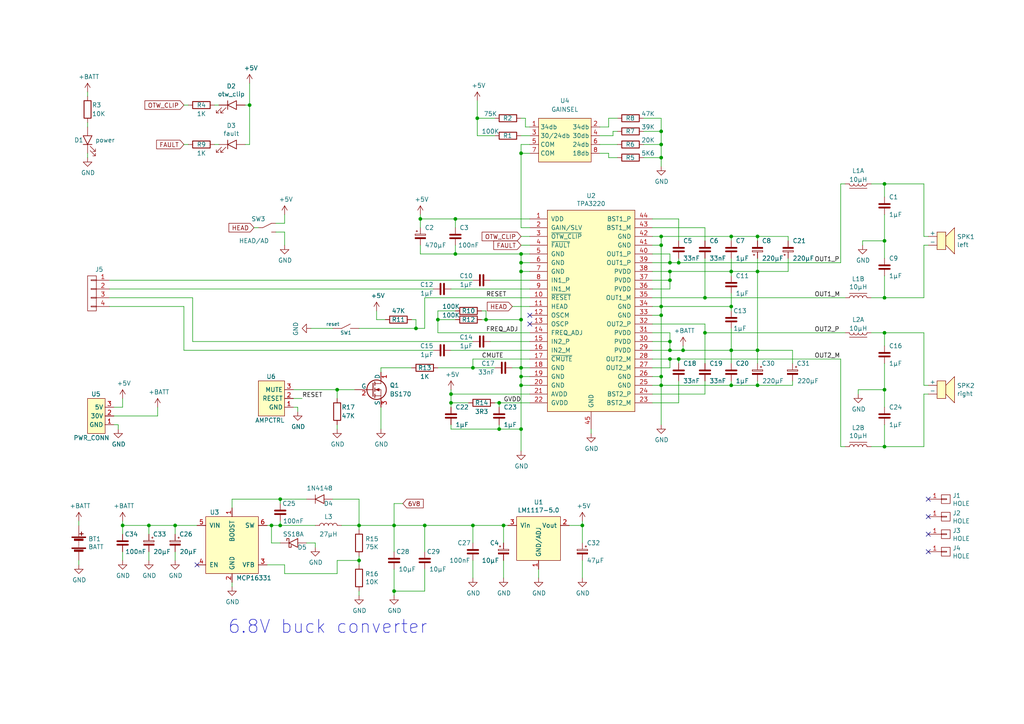
<source format=kicad_sch>
(kicad_sch (version 20211123) (generator eeschema)
  (paper "A4")
  (lib_symbols
    (symbol "myAmp:1N4148" (pin_numbers hide) (pin_names (offset 1.016) hide)
      (property "Reference" "D" (at 0 2.54 0))
      (property "Value" "1N4148" (at 0 -2.54 0))
      (symbol "1N4148_1_1"
        (pin passive line (at -3.81 0 0) (length 2.54) (name "K") (number "1"))
        (pin passive line (at 3.81 0 180) (length 2.54) (name "A") (number "2"))
      )
    )
    (symbol "myAmp:AMPCTRL"
      (property "Reference" "U" (at 0 -6.35 0))
      (property "Value" "AMPCTRL" (at 0 6.35 0))
      (symbol "AMPCTRL_1_1"
        (pin input line (at 6.35 2.54 180) (length 2.54) (name "GND") (number "1"))
        (pin input line (at 6.35 0 180) (length 2.54) (name "RESET") (number "2"))
        (pin input line (at 6.35 -2.54 180) (length 2.54) (name "MUTE") (number "3"))
      )
    )
    (symbol "myAmp:Battery" (pin_numbers hide) (pin_names (offset 0) hide)
      (property "Reference" "BT" (at 2.54 2.54 0))
      (property "Value" "Battery" (at 2.54 0 0))
      (symbol "Battery_1_1"
        (pin power_in line (at 0 5.08 270) (length 2.54) (name "+") (number "1"))
        (pin power_in line (at 0 -5.08 90) (length 2.54) (name "-") (number "2"))
      )
    )
    (symbol "myAmp:C" (pin_numbers hide) (pin_names (offset 0.254))
      (property "Reference" "C" (at 0.635 2.54 0))
      (property "Value" "C" (at 0.635 -2.54 0))
      (symbol "C_1_1"
        (pin passive line (at 0 2.54 270) (length 1.778) (name "~") (number "1"))
        (pin passive line (at 0 -2.54 90) (length 1.778) (name "~") (number "2"))
      )
    )
    (symbol "myAmp:COILCRAFT-UA801x-AL" (pin_numbers hide) (pin_names (offset 1.016))
      (property "Reference" "L" (at 0 -1.27 0))
      (property "Value" "COILCRAFT-UA801x-AL" (at 0 3.81 0))
      (symbol "COILCRAFT-UA801x-AL_1_1"
        (pin passive line (at -3.81 0 0) (length 1.27) (name "~") (number "1"))
        (pin passive line (at 3.81 0 180) (length 1.27) (name "~") (number "2"))
      )
      (symbol "COILCRAFT-UA801x-AL_2_1"
        (pin passive line (at -3.81 0 0) (length 1.27) (name "~") (number "3"))
        (pin passive line (at 3.81 0 180) (length 1.27) (name "~") (number "4"))
      )
    )
    (symbol "myAmp:CONN_01X04" (pin_names (offset 1.016) hide)
      (property "Reference" "J" (at 0 6.35 0))
      (symbol "CONN_01X04_1_1"
        (pin passive line (at -5.08 3.81 0) (length 3.81) (name "P1") (number "1"))
        (pin passive line (at -5.08 1.27 0) (length 3.81) (name "P2") (number "2"))
        (pin passive line (at -5.08 -1.27 0) (length 3.81) (name "~") (number "3"))
        (pin passive line (at -5.08 -3.81 0) (length 3.81) (name "~") (number "4"))
      )
    )
    (symbol "myAmp:CPOL" (pin_numbers hide) (pin_names (offset 0.254) hide)
      (property "Reference" "C" (at 0.254 1.778 0))
      (property "Value" "CPOL" (at 0.254 -2.032 0))
      (symbol "CPOL_1_1"
        (pin passive line (at 0 2.54 270) (length 1.8542) (name "~") (number "1"))
        (pin passive line (at 0 -2.54 90) (length 1.8542) (name "~") (number "2"))
      )
    )
    (symbol "myAmp:D_Schottky" (pin_numbers hide) (pin_names (offset 1.016) hide)
      (property "Reference" "D" (at 0 2.54 0))
      (property "Value" "D_Schottky" (at 0 -2.54 0))
      (symbol "D_Schottky_1_1"
        (pin passive line (at -3.81 0 0) (length 2.54) (name "K") (number "1"))
        (pin passive line (at 3.81 0 180) (length 2.54) (name "A") (number "2"))
      )
    )
    (symbol "myAmp:GAINSEL"
      (property "Reference" "U" (at 0 10.16 0))
      (property "Value" "GAINSEL" (at 0 -5.08 0))
      (symbol "GAINSEL_1_1"
        (pin input line (at -10.16 6.35 0) (length 2.54) (name "34db") (number "1"))
        (pin input line (at 10.16 6.35 180) (length 2.54) (name "34db") (number "2"))
        (pin input line (at -10.16 3.81 0) (length 2.54) (name "30/24db") (number "3"))
        (pin input line (at 10.16 3.81 180) (length 2.54) (name "30db") (number "4"))
        (pin input line (at -10.16 1.27 0) (length 2.54) (name "COM") (number "5"))
        (pin input line (at 10.16 1.27 180) (length 2.54) (name "24db") (number "6"))
        (pin input line (at -10.16 -1.27 0) (length 2.54) (name "COM") (number "7"))
        (pin input line (at 10.16 -1.27 180) (length 2.54) (name "18db") (number "8"))
      )
    )
    (symbol "myAmp:HOLE" (pin_names (offset 1.016) hide)
      (property "Reference" "J" (at 0 2.54 0))
      (property "Value" "HOLE" (at 2.54 0 90))
      (symbol "HOLE_1_1"
        (pin passive line (at -5.08 0 0) (length 3.81) (name "P1") (number "1"))
      )
    )
    (symbol "myAmp:L" (pin_numbers hide) (pin_names (offset 1.016) hide)
      (property "Reference" "L" (at -1.27 0 90))
      (property "Value" "L" (at 1.905 0 90))
      (symbol "L_1_1"
        (pin passive line (at 0 3.81 270) (length 1.27) (name "1") (number "1"))
        (pin passive line (at 0 -3.81 90) (length 1.27) (name "2") (number "2"))
      )
    )
    (symbol "myAmp:LED" (pin_numbers hide) (pin_names (offset 1.016) hide)
      (property "Reference" "D" (at 0 2.54 0))
      (property "Value" "LED" (at 0 -2.54 0))
      (symbol "LED_1_1"
        (pin passive line (at -3.81 0 0) (length 2.54) (name "K") (number "1"))
        (pin passive line (at 3.81 0 180) (length 2.54) (name "A") (number "2"))
      )
    )
    (symbol "myAmp:LM1117" (pin_names (offset 1.016))
      (property "Reference" "U" (at 5.08 -7.62 0))
      (property "Value" "LM1117" (at 0 7.62 0))
      (symbol "LM1117_1_1"
        (pin input line (at 0 -8.89 90) (length 2.54) (name "GND/ADJ") (number "1"))
        (pin output line (at 8.89 3.81 180) (length 2.54) (name "Vout") (number "2"))
        (pin input line (at -8.89 3.81 0) (length 2.54) (name "Vin") (number "3"))
      )
    )
    (symbol "myAmp:MCP16331" (pin_names (offset 1.016))
      (property "Reference" "U" (at 0 -13.97 0))
      (property "Value" "MCP16331" (at 0 10.16 0))
      (symbol "MCP16331_1_1"
        (pin input line (at 0 10.16 270) (length 2.54) (name "BOOST") (number "1"))
        (pin input line (at 0 -11.43 90) (length 2.54) (name "GND") (number "2"))
        (pin input line (at 10.16 -6.35 180) (length 2.54) (name "VFB") (number "3"))
        (pin input line (at -10.16 -6.35 0) (length 2.54) (name "EN") (number "4"))
        (pin input line (at -10.16 5.08 0) (length 2.54) (name "VIN") (number "5"))
        (pin input line (at 10.16 5.08 180) (length 2.54) (name "SW") (number "6"))
      )
    )
    (symbol "myAmp:NMOS" (pin_names (offset 0))
      (property "Reference" "Q" (at 7.62 1.27 0))
      (property "Value" "NMOS" (at 10.16 -1.27 0))
      (symbol "NMOS_1_1"
        (pin passive line (at 2.54 5.08 270) (length 2.54) (name "D") (number "1"))
        (pin input line (at -5.08 0 0) (length 5.334) (name "G") (number "2"))
        (pin passive line (at 2.54 -5.08 90) (length 2.54) (name "S") (number "3"))
      )
    )
    (symbol "myAmp:PWR_CONN"
      (property "Reference" "U" (at -1.27 6.35 0))
      (property "Value" "PWR_CONN" (at -1.27 -6.35 0))
      (symbol "PWR_CONN_1_1"
        (pin passive line (at 3.81 2.54 180) (length 2.54) (name "GND") (number "1"))
        (pin passive line (at 3.81 0 180) (length 2.54) (name "30V") (number "2"))
        (pin passive line (at 3.81 -2.54 180) (length 2.54) (name "5V") (number "3"))
      )
    )
    (symbol "myAmp:R" (pin_numbers hide) (pin_names (offset 0))
      (property "Reference" "R" (at 2.032 0 90))
      (property "Value" "R" (at 0 0 90))
      (symbol "R_1_1"
        (pin passive line (at 0 3.81 270) (length 1.27) (name "~") (number "1"))
        (pin passive line (at 0 -3.81 90) (length 1.27) (name "~") (number "2"))
      )
    )
    (symbol "myAmp:SPK" (pin_numbers hide) (pin_names (offset 0))
      (property "Reference" "S" (at 0 3.81 0))
      (property "Value" "SPK" (at 0 -3.81 0))
      (symbol "SPK_1_1"
        (pin passive line (at -3.81 1.27 0) (length 2.54) (name "+") (number "1"))
        (pin passive line (at -3.81 -1.27 0) (length 2.54) (name "-") (number "2"))
      )
    )
    (symbol "myAmp:SW_SIMPLE" (pin_numbers hide) (pin_names (offset 1.016) hide)
      (property "Reference" "SW" (at 0 -1.27 0))
      (property "Value" "SW_SIMPLE" (at 0 2.54 0))
      (symbol "SW_SIMPLE_1_1"
        (pin passive line (at -3.81 0 0) (length 2.54) (name "~") (number "1"))
        (pin passive line (at 3.81 0 180) (length 2.54) (name "~") (number "2"))
      )
    )
    (symbol "myAmp:SW_SPDT" (pin_numbers hide) (pin_names (offset 1.016))
      (property "Reference" "SW" (at 0 -3.81 0))
      (property "Value" "SW_SPDT" (at 0 3.81 0))
      (symbol "SW_SPDT_1_1"
        (pin passive line (at 2.54 1.27 180) (length 1.27) (name "~") (number "1"))
        (pin passive line (at -2.54 0 0) (length 1.27) (name "~") (number "2"))
        (pin passive line (at 2.54 -1.27 180) (length 1.27) (name "~") (number "3"))
      )
    )
    (symbol "myAmp:TPA3220" (pin_names (offset 1.016))
      (property "Reference" "U" (at 6.35 -30.48 0))
      (property "Value" "TPA3220" (at 0 30.48 0))
      (symbol "TPA3220_1_1"
        (pin bidirectional line (at -17.78 26.67 0) (length 5.08) (name "VDD") (number "1"))
        (pin input line (at -17.78 3.81 0) (length 5.08) (name "~{RESET}") (number "10"))
        (pin input line (at -17.78 1.27 0) (length 5.08) (name "HEAD") (number "11"))
        (pin input line (at -17.78 -1.27 0) (length 5.08) (name "OSCM") (number "12"))
        (pin input line (at -17.78 -3.81 0) (length 5.08) (name "OSCP") (number "13"))
        (pin input line (at -17.78 -6.35 0) (length 5.08) (name "FREQ_ADJ") (number "14"))
        (pin input line (at -17.78 -8.89 0) (length 5.08) (name "IN2_P") (number "15"))
        (pin input line (at -17.78 -11.43 0) (length 5.08) (name "IN2_M") (number "16"))
        (pin input line (at -17.78 -13.97 0) (length 5.08) (name "~{CMUTE}") (number "17"))
        (pin power_in line (at -17.78 -16.51 0) (length 5.08) (name "GND") (number "18"))
        (pin power_in line (at -17.78 -19.05 0) (length 5.08) (name "GND") (number "19"))
        (pin input line (at -17.78 24.13 0) (length 5.08) (name "GAIN/SLV") (number "2"))
        (pin power_in line (at -17.78 -21.59 0) (length 5.08) (name "GND") (number "20"))
        (pin input line (at -17.78 -24.13 0) (length 5.08) (name "AVDD") (number "21"))
        (pin input line (at -17.78 -26.67 0) (length 5.08) (name "GVDD") (number "22"))
        (pin input line (at 17.78 -26.67 180) (length 5.08) (name "BST2_M") (number "23"))
        (pin input line (at 17.78 -24.13 180) (length 5.08) (name "BST2_P") (number "24"))
        (pin input line (at 17.78 -21.59 180) (length 5.08) (name "GND") (number "25"))
        (pin input line (at 17.78 -19.05 180) (length 5.08) (name "GND") (number "26"))
        (pin output line (at 17.78 -16.51 180) (length 5.08) (name "OUT2_M") (number "27"))
        (pin output line (at 17.78 -13.97 180) (length 5.08) (name "OUT2_M") (number "28"))
        (pin power_in line (at 17.78 -11.43 180) (length 5.08) (name "PVDD") (number "29"))
        (pin output line (at -17.78 21.59 0) (length 5.08) (name "~{OTW_CLIP}") (number "3"))
        (pin power_in line (at 17.78 -8.89 180) (length 5.08) (name "PVDD") (number "30"))
        (pin power_in line (at 17.78 -6.35 180) (length 5.08) (name "PVDD") (number "31"))
        (pin output line (at 17.78 -3.81 180) (length 5.08) (name "OUT2_P") (number "32"))
        (pin input line (at 17.78 -1.27 180) (length 5.08) (name "GND") (number "33"))
        (pin input line (at 17.78 1.27 180) (length 5.08) (name "GND") (number "34"))
        (pin output line (at 17.78 3.81 180) (length 5.08) (name "OUT1_M") (number "35"))
        (pin power_in line (at 17.78 6.35 180) (length 5.08) (name "PVDD") (number "36"))
        (pin power_in line (at 17.78 8.89 180) (length 5.08) (name "PVDD") (number "37"))
        (pin power_in line (at 17.78 11.43 180) (length 5.08) (name "PVDD") (number "38"))
        (pin output line (at 17.78 13.97 180) (length 5.08) (name "OUT1_P") (number "39"))
        (pin output line (at -17.78 19.05 0) (length 5.08) (name "~{FAULT}") (number "4"))
        (pin output line (at 17.78 16.51 180) (length 5.08) (name "OUT1_P") (number "40"))
        (pin input line (at 17.78 19.05 180) (length 5.08) (name "GND") (number "41"))
        (pin input line (at 17.78 21.59 180) (length 5.08) (name "GND") (number "42"))
        (pin input line (at 17.78 24.13 180) (length 5.08) (name "BST1_M") (number "43"))
        (pin input line (at 17.78 26.67 180) (length 5.08) (name "BST1_P") (number "44"))
        (pin input line (at 0 -34.29 90) (length 5.08) (name "GND") (number "45"))
        (pin power_in line (at -17.78 16.51 0) (length 5.08) (name "GND") (number "5"))
        (pin power_in line (at -17.78 13.97 0) (length 5.08) (name "GND") (number "6"))
        (pin power_in line (at -17.78 11.43 0) (length 5.08) (name "GND") (number "7"))
        (pin input line (at -17.78 8.89 0) (length 5.08) (name "IN1_P") (number "8"))
        (pin input line (at -17.78 6.35 0) (length 5.08) (name "IN1_M") (number "9"))
      )
    )
    (symbol "power:+5V" (power) (pin_names (offset 0))
      (property "Value" "+5V" (at 0 3.556 0))
      (symbol "+5V_1_1"
        (pin power_in line (at 0 0 90) (length 0) hide (name "+5V") (number "1"))
      )
    )
    (symbol "power:+BATT" (power) (pin_names (offset 0))
      (property "Value" "+BATT" (at 0 3.556 0))
      (symbol "+BATT_1_1"
        (pin power_in line (at 0 0 90) (length 0) hide (name "+BATT") (number "1"))
      )
    )
    (symbol "power:GND" (power) (pin_names (offset 0))
      (property "Value" "GND" (at 0 -3.81 0))
      (symbol "GND_1_1"
        (pin power_in line (at 0 0 270) (length 0) hide (name "GND") (number "1"))
      )
    )
  )
  (junction (at 127 92.71))
  (junction (at 50.8 152.4))
  (junction (at 219.71 101.6))
  (junction (at 194.31 78.74))
  (junction (at 191.77 111.76))
  (junction (at 219.71 78.74))
  (junction (at 151.13 106.68))
  (junction (at 97.79 113.03))
  (junction (at 191.77 109.22))
  (junction (at 204.47 96.52))
  (junction (at 198.12 101.6))
  (junction (at 212.09 88.9))
  (junction (at 151.13 78.74))
  (junction (at 104.14 162.56))
  (junction (at 168.91 152.4))
  (junction (at 144.78 116.84))
  (junction (at 78.74 152.4))
  (junction (at 132.08 73.66))
  (junction (at 104.14 152.4))
  (junction (at 194.31 104.14))
  (junction (at 114.3 152.4))
  (junction (at 151.13 44.45))
  (junction (at 219.71 111.76))
  (junction (at 72.39 30.48))
  (junction (at 191.77 38.1))
  (junction (at 256.54 129.54))
  (junction (at 137.16 106.68))
  (junction (at 212.09 101.6))
  (junction (at 123.19 152.4))
  (junction (at 114.3 171.45))
  (junction (at 35.56 152.4))
  (junction (at 191.77 88.9))
  (junction (at 191.77 71.12))
  (junction (at 81.28 152.4))
  (junction (at 212.09 111.76))
  (junction (at 81.28 144.78))
  (junction (at 151.13 109.22))
  (junction (at 194.31 81.28))
  (junction (at 191.77 91.44))
  (junction (at 151.13 111.76))
  (junction (at 120.65 95.25))
  (junction (at 256.54 86.36))
  (junction (at 151.13 92.71))
  (junction (at 144.78 124.46))
  (junction (at 204.47 86.36))
  (junction (at 140.97 92.71))
  (junction (at 130.81 116.84))
  (junction (at 196.85 76.2))
  (junction (at 138.43 34.29))
  (junction (at 194.31 76.2))
  (junction (at 121.92 63.5))
  (junction (at 256.54 53.34))
  (junction (at 256.54 113.03))
  (junction (at 151.13 76.2))
  (junction (at 256.54 96.52))
  (junction (at 130.81 114.3))
  (junction (at 212.09 78.74))
  (junction (at 191.77 68.58))
  (junction (at 212.09 68.58))
  (junction (at 256.54 69.85))
  (junction (at 151.13 73.66))
  (junction (at 132.08 63.5))
  (junction (at 137.16 152.4))
  (junction (at 191.77 41.91))
  (junction (at 194.31 99.06))
  (junction (at 219.71 68.58))
  (junction (at 194.31 101.6))
  (junction (at 146.05 152.4))
  (junction (at 151.13 124.46))
  (junction (at 43.18 152.4))
  (junction (at 196.85 104.14))
  (junction (at 191.77 45.72))
  (no_connect (at 153.67 93.98))
  (no_connect (at 269.24 149.86))
  (no_connect (at 269.24 144.78))
  (no_connect (at 269.24 160.02))
  (no_connect (at 269.24 154.94))
  (no_connect (at 57.15 163.83))
  (no_connect (at 153.67 91.44))
  (wire (pts (xy 151.13 124.46) (xy 151.13 130.81)))
  (wire (pts (xy 189.23 68.58) (xy 191.77 68.58)))
  (wire (pts (xy 99.06 152.4) (xy 104.14 152.4)))
  (wire (pts (xy 256.54 129.54) (xy 267.97 129.54)))
  (wire (pts (xy 146.05 152.4) (xy 147.32 152.4)))
  (wire (pts (xy 135.89 116.84) (xy 130.81 116.84)))
  (wire (pts (xy 153.67 106.68) (xy 151.13 106.68)))
  (wire (pts (xy 189.23 116.84) (xy 196.85 116.84)))
  (wire (pts (xy 35.56 151.13) (xy 35.56 152.4)))
  (wire (pts (xy 196.85 105.41) (xy 196.85 104.14)))
  (wire (pts (xy 53.34 88.9) (xy 53.34 101.6)))
  (wire (pts (xy 191.77 71.12) (xy 191.77 88.9)))
  (wire (pts (xy 104.14 152.4) (xy 114.3 152.4)))
  (wire (pts (xy 177.8 39.37) (xy 173.99 39.37)))
  (wire (pts (xy 256.54 105.41) (xy 256.54 113.03)))
  (wire (pts (xy 212.09 78.74) (xy 212.09 74.93)))
  (wire (pts (xy 114.3 152.4) (xy 123.19 152.4)))
  (wire (pts (xy 219.71 68.58) (xy 228.6 68.58)))
  (wire (pts (xy 212.09 78.74) (xy 219.71 78.74)))
  (wire (pts (xy 194.31 96.52) (xy 194.31 99.06)))
  (wire (pts (xy 204.47 93.98) (xy 204.47 96.52)))
  (wire (pts (xy 144.78 116.84) (xy 144.78 118.11)))
  (wire (pts (xy 97.79 166.37) (xy 97.79 162.56)))
  (wire (pts (xy 204.47 96.52) (xy 204.47 105.41)))
  (wire (pts (xy 121.92 63.5) (xy 121.92 66.04)))
  (wire (pts (xy 269.24 114.3) (xy 267.97 114.3)))
  (wire (pts (xy 189.23 109.22) (xy 191.77 109.22)))
  (wire (pts (xy 143.51 39.37) (xy 138.43 39.37)))
  (wire (pts (xy 110.49 118.11) (xy 110.49 124.46)))
  (wire (pts (xy 142.24 81.28) (xy 153.67 81.28)))
  (wire (pts (xy 127 96.52) (xy 127 92.71)))
  (wire (pts (xy 191.77 41.91) (xy 191.77 45.72)))
  (wire (pts (xy 165.1 152.4) (xy 168.91 152.4)))
  (wire (pts (xy 194.31 101.6) (xy 189.23 101.6)))
  (wire (pts (xy 267.97 111.76) (xy 269.24 111.76)))
  (wire (pts (xy 191.77 38.1) (xy 191.77 41.91)))
  (wire (pts (xy 35.56 152.4) (xy 43.18 152.4)))
  (wire (pts (xy 151.13 44.45) (xy 151.13 66.04)))
  (wire (pts (xy 267.97 53.34) (xy 267.97 68.58)))
  (wire (pts (xy 179.07 34.29) (xy 176.53 34.29)))
  (wire (pts (xy 212.09 88.9) (xy 212.09 85.09)))
  (wire (pts (xy 91.44 157.48) (xy 91.44 158.75)))
  (wire (pts (xy 204.47 110.49) (xy 204.47 114.3)))
  (wire (pts (xy 267.97 96.52) (xy 267.97 111.76)))
  (wire (pts (xy 196.85 76.2) (xy 196.85 74.93)))
  (wire (pts (xy 81.28 144.78) (xy 88.9 144.78)))
  (wire (pts (xy 256.54 113.03) (xy 256.54 118.11)))
  (wire (pts (xy 191.77 34.29) (xy 191.77 38.1)))
  (wire (pts (xy 80.01 67.31) (xy 82.55 67.31)))
  (wire (pts (xy 204.47 66.04) (xy 204.47 69.85)))
  (wire (pts (xy 191.77 111.76) (xy 212.09 111.76)))
  (wire (pts (xy 153.67 76.2) (xy 151.13 76.2)))
  (wire (pts (xy 256.54 129.54) (xy 252.73 129.54)))
  (wire (pts (xy 186.69 38.1) (xy 191.77 38.1)))
  (wire (pts (xy 191.77 111.76) (xy 191.77 123.19)))
  (wire (pts (xy 25.4 35.56) (xy 25.4 36.83)))
  (wire (pts (xy 55.88 99.06) (xy 137.16 99.06)))
  (wire (pts (xy 114.3 146.05) (xy 114.3 152.4)))
  (wire (pts (xy 67.31 144.78) (xy 81.28 144.78)))
  (wire (pts (xy 219.71 101.6) (xy 219.71 105.41)))
  (wire (pts (xy 33.02 120.65) (xy 45.72 120.65)))
  (wire (pts (xy 130.81 124.46) (xy 144.78 124.46)))
  (wire (pts (xy 78.74 152.4) (xy 78.74 157.48)))
  (wire (pts (xy 43.18 160.02) (xy 43.18 162.56)))
  (wire (pts (xy 177.8 38.1) (xy 177.8 39.37)))
  (wire (pts (xy 151.13 66.04) (xy 153.67 66.04)))
  (wire (pts (xy 114.3 146.05) (xy 116.84 146.05)))
  (wire (pts (xy 267.97 71.12) (xy 267.97 86.36)))
  (wire (pts (xy 194.31 78.74) (xy 194.31 81.28)))
  (wire (pts (xy 114.3 171.45) (xy 123.19 171.45)))
  (wire (pts (xy 256.54 69.85) (xy 256.54 74.93)))
  (wire (pts (xy 151.13 109.22) (xy 151.13 106.68)))
  (wire (pts (xy 123.19 171.45) (xy 123.19 165.1)))
  (wire (pts (xy 138.43 39.37) (xy 138.43 34.29)))
  (wire (pts (xy 191.77 111.76) (xy 189.23 111.76)))
  (wire (pts (xy 82.55 62.23) (xy 82.55 64.77)))
  (wire (pts (xy 53.34 41.91) (xy 54.61 41.91)))
  (wire (pts (xy 186.69 45.72) (xy 191.77 45.72)))
  (wire (pts (xy 171.45 124.46) (xy 171.45 125.73)))
  (wire (pts (xy 82.55 163.83) (xy 82.55 166.37)))
  (wire (pts (xy 196.85 63.5) (xy 196.85 69.85)))
  (wire (pts (xy 151.13 34.29) (xy 152.4 34.29)))
  (wire (pts (xy 191.77 68.58) (xy 212.09 68.58)))
  (wire (pts (xy 140.97 90.17) (xy 140.97 92.71)))
  (wire (pts (xy 81.28 152.4) (xy 78.74 152.4)))
  (wire (pts (xy 82.55 64.77) (xy 80.01 64.77)))
  (wire (pts (xy 72.39 30.48) (xy 71.12 30.48)))
  (wire (pts (xy 123.19 86.36) (xy 153.67 86.36)))
  (wire (pts (xy 196.85 76.2) (xy 243.84 76.2)))
  (wire (pts (xy 97.79 123.19) (xy 97.79 124.46)))
  (wire (pts (xy 33.02 123.19) (xy 34.29 123.19)))
  (wire (pts (xy 34.29 123.19) (xy 34.29 124.46)))
  (wire (pts (xy 104.14 171.45) (xy 104.14 172.72)))
  (wire (pts (xy 189.23 104.14) (xy 194.31 104.14)))
  (wire (pts (xy 114.3 152.4) (xy 114.3 160.02)))
  (wire (pts (xy 191.77 109.22) (xy 191.77 111.76)))
  (wire (pts (xy 151.13 92.71) (xy 151.13 106.68)))
  (wire (pts (xy 97.79 113.03) (xy 97.79 115.57)))
  (wire (pts (xy 189.23 93.98) (xy 204.47 93.98)))
  (wire (pts (xy 219.71 110.49) (xy 219.71 111.76)))
  (wire (pts (xy 121.92 62.23) (xy 121.92 63.5)))
  (wire (pts (xy 77.47 152.4) (xy 78.74 152.4)))
  (wire (pts (xy 109.22 92.71) (xy 111.76 92.71)))
  (wire (pts (xy 127 96.52) (xy 153.67 96.52)))
  (wire (pts (xy 219.71 101.6) (xy 229.87 101.6)))
  (wire (pts (xy 137.16 157.48) (xy 137.16 152.4)))
  (wire (pts (xy 50.8 152.4) (xy 57.15 152.4)))
  (wire (pts (xy 173.99 41.91) (xy 179.07 41.91)))
  (wire (pts (xy 146.05 152.4) (xy 146.05 157.48)))
  (wire (pts (xy 25.4 26.67) (xy 25.4 27.94)))
  (wire (pts (xy 109.22 90.17) (xy 109.22 92.71)))
  (wire (pts (xy 144.78 116.84) (xy 153.67 116.84)))
  (wire (pts (xy 151.13 41.91) (xy 151.13 44.45)))
  (wire (pts (xy 130.81 113.03) (xy 130.81 114.3)))
  (wire (pts (xy 123.19 152.4) (xy 123.19 160.02)))
  (wire (pts (xy 132.08 63.5) (xy 132.08 66.04)))
  (wire (pts (xy 130.81 114.3) (xy 130.81 116.84)))
  (wire (pts (xy 82.55 166.37) (xy 97.79 166.37)))
  (wire (pts (xy 256.54 86.36) (xy 252.73 86.36)))
  (wire (pts (xy 176.53 44.45) (xy 176.53 45.72)))
  (wire (pts (xy 189.23 63.5) (xy 196.85 63.5)))
  (wire (pts (xy 72.39 41.91) (xy 71.12 41.91)))
  (wire (pts (xy 252.73 96.52) (xy 256.54 96.52)))
  (wire (pts (xy 132.08 90.17) (xy 127 90.17)))
  (wire (pts (xy 194.31 104.14) (xy 194.31 106.68)))
  (wire (pts (xy 256.54 96.52) (xy 267.97 96.52)))
  (wire (pts (xy 127 90.17) (xy 127 92.71)))
  (wire (pts (xy 90.17 95.25) (xy 96.52 95.25)))
  (wire (pts (xy 204.47 74.93) (xy 204.47 86.36)))
  (wire (pts (xy 151.13 68.58) (xy 153.67 68.58)))
  (wire (pts (xy 256.54 129.54) (xy 256.54 123.19)))
  (wire (pts (xy 127 106.68) (xy 137.16 106.68)))
  (wire (pts (xy 152.4 34.29) (xy 152.4 36.83)))
  (wire (pts (xy 194.31 76.2) (xy 189.23 76.2)))
  (wire (pts (xy 120.65 95.25) (xy 104.14 95.25)))
  (wire (pts (xy 194.31 76.2) (xy 196.85 76.2)))
  (wire (pts (xy 245.11 129.54) (xy 243.84 129.54)))
  (wire (pts (xy 189.23 88.9) (xy 191.77 88.9)))
  (wire (pts (xy 151.13 111.76) (xy 151.13 109.22)))
  (wire (pts (xy 212.09 101.6) (xy 219.71 101.6)))
  (wire (pts (xy 229.87 111.76) (xy 219.71 111.76)))
  (wire (pts (xy 137.16 104.14) (xy 137.16 106.68)))
  (wire (pts (xy 146.05 162.56) (xy 146.05 167.64)))
  (wire (pts (xy 194.31 101.6) (xy 198.12 101.6)))
  (wire (pts (xy 31.75 88.9) (xy 53.34 88.9)))
  (wire (pts (xy 53.34 30.48) (xy 54.61 30.48)))
  (wire (pts (xy 168.91 167.64) (xy 168.91 162.56)))
  (wire (pts (xy 43.18 152.4) (xy 50.8 152.4)))
  (wire (pts (xy 143.51 116.84) (xy 144.78 116.84)))
  (wire (pts (xy 123.19 95.25) (xy 120.65 95.25)))
  (wire (pts (xy 151.13 44.45) (xy 153.67 44.45)))
  (wire (pts (xy 104.14 161.29) (xy 104.14 162.56)))
  (wire (pts (xy 212.09 101.6) (xy 212.09 105.41)))
  (wire (pts (xy 189.23 99.06) (xy 194.31 99.06)))
  (wire (pts (xy 35.56 152.4) (xy 35.56 154.94)))
  (wire (pts (xy 144.78 124.46) (xy 144.78 123.19)))
  (wire (pts (xy 104.14 152.4) (xy 104.14 144.78)))
  (wire (pts (xy 245.11 53.34) (xy 243.84 53.34)))
  (wire (pts (xy 256.54 86.36) (xy 256.54 80.01)))
  (wire (pts (xy 250.19 71.12) (xy 250.19 69.85)))
  (wire (pts (xy 137.16 106.68) (xy 143.51 106.68)))
  (wire (pts (xy 212.09 68.58) (xy 219.71 68.58)))
  (wire (pts (xy 173.99 36.83) (xy 176.53 36.83)))
  (wire (pts (xy 151.13 78.74) (xy 151.13 92.71)))
  (wire (pts (xy 191.77 45.72) (xy 191.77 48.26)))
  (wire (pts (xy 62.23 30.48) (xy 63.5 30.48)))
  (wire (pts (xy 204.47 96.52) (xy 245.11 96.52)))
  (wire (pts (xy 212.09 111.76) (xy 219.71 111.76)))
  (wire (pts (xy 142.24 99.06) (xy 153.67 99.06)))
  (wire (pts (xy 212.09 88.9) (xy 212.09 90.17)))
  (wire (pts (xy 132.08 73.66) (xy 151.13 73.66)))
  (wire (pts (xy 121.92 63.5) (xy 132.08 63.5)))
  (wire (pts (xy 67.31 168.91) (xy 67.31 170.18)))
  (wire (pts (xy 198.12 100.33) (xy 198.12 101.6)))
  (wire (pts (xy 194.31 78.74) (xy 212.09 78.74)))
  (wire (pts (xy 130.81 123.19) (xy 130.81 124.46)))
  (wire (pts (xy 22.86 152.4) (xy 22.86 151.13)))
  (wire (pts (xy 189.23 91.44) (xy 191.77 91.44)))
  (wire (pts (xy 73.66 66.04) (xy 74.93 66.04)))
  (wire (pts (xy 62.23 41.91) (xy 63.5 41.91)))
  (wire (pts (xy 198.12 101.6) (xy 212.09 101.6)))
  (wire (pts (xy 196.85 116.84) (xy 196.85 110.49)))
  (wire (pts (xy 85.09 118.11) (xy 86.36 118.11)))
  (wire (pts (xy 67.31 147.32) (xy 67.31 144.78)))
  (wire (pts (xy 85.09 115.57) (xy 87.63 115.57)))
  (wire (pts (xy 256.54 96.52) (xy 256.54 100.33)))
  (wire (pts (xy 189.23 71.12) (xy 191.77 71.12)))
  (wire (pts (xy 229.87 101.6) (xy 229.87 105.41)))
  (wire (pts (xy 45.72 118.11) (xy 45.72 120.65)))
  (wire (pts (xy 256.54 69.85) (xy 250.19 69.85)))
  (wire (pts (xy 151.13 71.12) (xy 153.67 71.12)))
  (wire (pts (xy 186.69 34.29) (xy 191.77 34.29)))
  (wire (pts (xy 179.07 38.1) (xy 177.8 38.1)))
  (wire (pts (xy 31.75 81.28) (xy 137.16 81.28)))
  (wire (pts (xy 121.92 71.12) (xy 121.92 73.66)))
  (wire (pts (xy 189.23 66.04) (xy 204.47 66.04)))
  (wire (pts (xy 212.09 110.49) (xy 212.09 111.76)))
  (wire (pts (xy 82.55 67.31) (xy 82.55 71.12)))
  (wire (pts (xy 252.73 53.34) (xy 256.54 53.34)))
  (wire (pts (xy 189.23 81.28) (xy 194.31 81.28)))
  (wire (pts (xy 55.88 99.06) (xy 55.88 86.36)))
  (wire (pts (xy 53.34 101.6) (xy 125.73 101.6)))
  (wire (pts (xy 168.91 152.4) (xy 168.91 151.13)))
  (wire (pts (xy 176.53 34.29) (xy 176.53 36.83)))
  (wire (pts (xy 110.49 106.68) (xy 119.38 106.68)))
  (wire (pts (xy 138.43 29.21) (xy 138.43 34.29)))
  (wire (pts (xy 186.69 41.91) (xy 191.77 41.91)))
  (wire (pts (xy 50.8 152.4) (xy 50.8 154.94)))
  (wire (pts (xy 176.53 45.72) (xy 179.07 45.72)))
  (wire (pts (xy 139.7 92.71) (xy 140.97 92.71)))
  (wire (pts (xy 86.36 118.11) (xy 86.36 119.38)))
  (wire (pts (xy 123.19 152.4) (xy 137.16 152.4)))
  (wire (pts (xy 196.85 104.14) (xy 243.84 104.14)))
  (wire (pts (xy 204.47 86.36) (xy 189.23 86.36)))
  (wire (pts (xy 151.13 111.76) (xy 151.13 124.46)))
  (wire (pts (xy 104.14 162.56) (xy 104.14 163.83)))
  (wire (pts (xy 25.4 44.45) (xy 25.4 45.72)))
  (wire (pts (xy 88.9 157.48) (xy 91.44 157.48)))
  (wire (pts (xy 189.23 78.74) (xy 194.31 78.74)))
  (wire (pts (xy 243.84 129.54) (xy 243.84 104.14)))
  (wire (pts (xy 130.81 116.84) (xy 130.81 118.11)))
  (wire (pts (xy 173.99 44.45) (xy 176.53 44.45)))
  (wire (pts (xy 144.78 124.46) (xy 151.13 124.46)))
  (wire (pts (xy 228.6 68.58) (xy 228.6 69.85)))
  (wire (pts (xy 120.65 92.71) (xy 120.65 95.25)))
  (wire (pts (xy 139.7 90.17) (xy 140.97 90.17)))
  (wire (pts (xy 132.08 63.5) (xy 153.67 63.5)))
  (wire (pts (xy 114.3 165.1) (xy 114.3 171.45)))
  (wire (pts (xy 152.4 36.83) (xy 153.67 36.83)))
  (wire (pts (xy 78.74 157.48) (xy 81.28 157.48)))
  (wire (pts (xy 104.14 152.4) (xy 104.14 153.67)))
  (wire (pts (xy 85.09 113.03) (xy 97.79 113.03)))
  (wire (pts (xy 153.67 78.74) (xy 151.13 78.74)))
  (wire (pts (xy 229.87 110.49) (xy 229.87 111.76)))
  (wire (pts (xy 132.08 92.71) (xy 127 92.71)))
  (wire (pts (xy 151.13 76.2) (xy 151.13 73.66)))
  (wire (pts (xy 137.16 152.4) (xy 146.05 152.4)))
  (wire (pts (xy 148.59 88.9) (xy 153.67 88.9)))
  (wire (pts (xy 243.84 53.34) (xy 243.84 76.2)))
  (wire (pts (xy 196.85 104.14) (xy 194.31 104.14)))
  (wire (pts (xy 204.47 114.3) (xy 189.23 114.3)))
  (wire (pts (xy 130.81 114.3) (xy 153.67 114.3)))
  (wire (pts (xy 204.47 86.36) (xy 245.11 86.36)))
  (wire (pts (xy 219.71 78.74) (xy 219.71 101.6)))
  (wire (pts (xy 110.49 106.68) (xy 110.49 107.95)))
  (wire (pts (xy 77.47 163.83) (xy 82.55 163.83)))
  (wire (pts (xy 248.92 114.3) (xy 248.92 113.03)))
  (wire (pts (xy 269.24 71.12) (xy 267.97 71.12)))
  (wire (pts (xy 256.54 53.34) (xy 267.97 53.34)))
  (wire (pts (xy 31.75 83.82) (xy 125.73 83.82)))
  (wire (pts (xy 256.54 86.36) (xy 267.97 86.36)))
  (wire (pts (xy 219.71 78.74) (xy 219.71 74.93)))
  (wire (pts (xy 194.31 106.68) (xy 189.23 106.68)))
  (wire (pts (xy 121.92 73.66) (xy 132.08 73.66)))
  (wire (pts (xy 228.6 78.74) (xy 219.71 78.74)))
  (wire (pts (xy 151.13 39.37) (xy 153.67 39.37)))
  (wire (pts (xy 191.77 91.44) (xy 191.77 109.22)))
  (wire (pts (xy 256.54 53.34) (xy 256.54 57.15)))
  (wire (pts (xy 151.13 78.74) (xy 151.13 76.2)))
  (wire (pts (xy 33.02 118.11) (xy 35.56 118.11)))
  (wire (pts (xy 114.3 171.45) (xy 114.3 172.72)))
  (wire (pts (xy 50.8 160.02) (xy 50.8 162.56)))
  (wire (pts (xy 156.21 165.1) (xy 156.21 167.64)))
  (wire (pts (xy 219.71 68.58) (xy 219.71 69.85)))
  (wire (pts (xy 140.97 92.71) (xy 151.13 92.71)))
  (wire (pts (xy 97.79 113.03) (xy 102.87 113.03)))
  (wire (pts (xy 194.31 81.28) (xy 194.31 83.82)))
  (wire (pts (xy 132.08 71.12) (xy 132.08 73.66)))
  (wire (pts (xy 22.86 162.56) (xy 22.86 163.83)))
  (wire (pts (xy 153.67 109.22) (xy 151.13 109.22)))
  (wire (pts (xy 256.54 62.23) (xy 256.54 69.85)))
  (wire (pts (xy 267.97 114.3) (xy 267.97 129.54)))
  (wire (pts (xy 194.31 73.66) (xy 194.31 76.2)))
  (wire (pts (xy 194.31 99.06) (xy 194.31 101.6)))
  (wire (pts (xy 212.09 78.74) (xy 212.09 80.01)))
  (wire (pts (xy 212.09 95.25) (xy 212.09 101.6)))
  (wire (pts (xy 123.19 86.36) (xy 123.19 95.25)))
  (wire (pts (xy 189.23 96.52) (xy 194.31 96.52)))
  (wire (pts (xy 168.91 157.48) (xy 168.91 152.4)))
  (wire (pts (xy 212.09 68.58) (xy 212.09 69.85)))
  (wire (pts (xy 191.77 88.9) (xy 212.09 88.9)))
  (wire (pts (xy 119.38 92.71) (xy 120.65 92.71)))
  (wire (pts (xy 191.77 88.9) (xy 191.77 91.44)))
  (wire (pts (xy 72.39 41.91) (xy 72.39 30.48)))
  (wire (pts (xy 267.97 68.58) (xy 269.24 68.58)))
  (wire (pts (xy 81.28 152.4) (xy 91.44 152.4)))
  (wire (pts (xy 72.39 24.13) (xy 72.39 30.48)))
  (wire (pts (xy 104.14 144.78) (xy 96.52 144.78)))
  (wire (pts (xy 130.81 83.82) (xy 153.67 83.82)))
  (wire (pts (xy 35.56 160.02) (xy 35.56 162.56)))
  (wire (pts (xy 31.75 86.36) (xy 55.88 86.36)))
  (wire (pts (xy 97.79 162.56) (xy 104.14 162.56)))
  (wire (pts (xy 130.81 101.6) (xy 153.67 101.6)))
  (wire (pts (xy 256.54 113.03) (xy 248.92 113.03)))
  (wire (pts (xy 153.67 41.91) (xy 151.13 41.91)))
  (wire (pts (xy 81.28 151.13) (xy 81.28 152.4)))
  (wire (pts (xy 153.67 111.76) (xy 151.13 111.76)))
  (wire (pts (xy 43.18 154.94) (xy 43.18 152.4)))
  (wire (pts (xy 138.43 34.29) (xy 143.51 34.29)))
  (wire (pts (xy 148.59 106.68) (xy 151.13 106.68)))
  (wire (pts (xy 228.6 74.93) (xy 228.6 78.74)))
  (wire (pts (xy 151.13 73.66) (xy 153.67 73.66)))
  (wire (pts (xy 81.28 144.78) (xy 81.28 146.05)))
  (wire (pts (xy 194.31 83.82) (xy 189.23 83.82)))
  (wire (pts (xy 189.23 73.66) (xy 194.31 73.66)))
  (wire (pts (xy 35.56 118.11) (xy 35.56 115.57)))
  (wire (pts (xy 191.77 68.58) (xy 191.77 71.12)))
  (wire (pts (xy 137.16 162.56) (xy 137.16 167.64)))
  (wire (pts (xy 137.16 104.14) (xy 153.67 104.14)))
  (text "6.8V buck converter" (at 66.04 184.15 0) (effects (font (size 3.81 3.81)) (justify left bottom)))
  (label "FREQ_ADJ" (at 140.97 96.52 0))
  (label "OUT2_M" (at 236.22 104.14 0))
  (label "OUT1_P" (at 236.22 76.2 0))
  (label "CMUTE" (at 139.7 104.14 0))
  (label "RESET" (at 140.97 86.36 0))
  (label "OUT1_M" (at 236.22 86.36 0))
  (label "RESET" (at 87.63 115.57 0))
  (label "GVDD" (at 146.05 116.84 0))
  (label "OUT2_P" (at 236.22 96.52 0))
  (global_label "6V8" (shape input) (at 116.84 146.05 0) (property "Intersheet References" "${INTERSHEET_REFS}" (effects hide)))
  (global_label "HEAD" (shape input) (at 148.59 88.9 180) (property "Intersheet References" "${INTERSHEET_REFS}" (effects hide)))
  (global_label "OTW_CLIP" (shape input) (at 53.34 30.48 180) (property "Intersheet References" "${INTERSHEET_REFS}" (effects hide)))
  (global_label "FAULT" (shape input) (at 151.13 71.12 180) (property "Intersheet References" "${INTERSHEET_REFS}" (effects hide)))
  (global_label "FAULT" (shape input) (at 53.34 41.91 180) (property "Intersheet References" "${INTERSHEET_REFS}" (effects hide)))
  (global_label "OTW_CLIP" (shape input) (at 151.13 68.58 180) (property "Intersheet References" "${INTERSHEET_REFS}" (effects hide)))
  (global_label "HEAD" (shape input) (at 73.66 66.04 180) (property "Intersheet References" "${INTERSHEET_REFS}" (effects hide)))
  (symbol (lib_id "myAmp:R") (at 104.14 167.64 0) (unit 1)
    (property "Reference" "R16" (at 105.918 166.4716 0) (effects (justify left)))
    (property "Value" "10K" (at 105.918 168.783 0) (effects (justify left)))
    (property "Footprint" "myAmp:R_0805" (effects hide))
  )
  (symbol (lib_id "myAmp:HOLE") (at 274.32 144.78 0) (unit 1)
    (property "Reference" "J1" (at 276.2758 143.7386 0) (effects (justify left)))
    (property "Value" "HOLE" (at 276.2758 146.05 0) (effects (justify left)))
    (property "Footprint" "myAmp:MountingHole" (effects hide))
  )
  (symbol (lib_id "myAmp:TPA3220") (at 171.45 90.17 0) (unit 1)
    (property "Reference" "U2" (at 171.45 56.769 0))
    (property "Value" "TPA3220" (at 171.45 59.0804 0))
    (property "Footprint" "myAmp:TSSOP-44_4.4x9.7mm_Pitch0.635mm_ThermalPad" (effects hide))
  )
  (symbol (lib_id "myAmp:R") (at 182.88 45.72 90) (unit 1)
    (property "Reference" "R5" (at 184.15 45.72 90) (effects (justify left)))
    (property "Value" "5K6" (at 187.96 44.45 90))
    (property "Footprint" "myAmp:R_0805" (effects hide))
  )
  (symbol (lib_id "myAmp:R") (at 147.32 39.37 90) (unit 1)
    (property "Reference" "R1" (at 148.59 39.37 90) (effects (justify left)))
    (property "Value" "100K" (at 142.24 38.1 90))
    (property "Footprint" "myAmp:R_0805" (effects hide))
  )
  (symbol (lib_id "myAmp:R") (at 182.88 41.91 90) (unit 1)
    (property "Reference" "R6" (at 184.15 41.91 90) (effects (justify left)))
    (property "Value" "20K" (at 187.96 40.64 90))
    (property "Footprint" "myAmp:R_0805" (effects hide))
  )
  (symbol (lib_id "myAmp:R") (at 147.32 34.29 90) (unit 1)
    (property "Reference" "R2" (at 148.59 34.29 90) (effects (justify left)))
    (property "Value" "75K" (at 142.24 33.02 90))
    (property "Footprint" "myAmp:R_0805" (effects hide))
  )
  (symbol (lib_id "myAmp:C") (at 212.09 92.71 180) (unit 1)
    (property "Reference" "C13" (at 214.63 90.17 0))
    (property "Value" "1μF" (at 214.63 95.25 0))
    (property "Footprint" "myAmp:C_1206" (effects hide))
  )
  (symbol (lib_id "myAmp:CPOL") (at 146.05 160.02 0) (unit 1)
    (property "Reference" "C4" (at 144.78 157.48 0) (effects (justify right)))
    (property "Value" "10μF" (at 144.78 162.56 0) (effects (justify right)))
    (property "Footprint" "myAmp:CPOL_D4_P1.5" (effects hide))
  )
  (symbol (lib_id "power:GND") (at 146.05 167.64 0) (unit 1)
    (property "Reference" "#PWR0118" (effects hide))
    (property "Value" "GND" (at 146.177 172.0342 0))
  )
  (symbol (lib_id "myAmp:C") (at 204.47 72.39 0) (unit 1)
    (property "Reference" "C6" (at 205.74 69.85 0) (effects (justify left)))
    (property "Value" "33nF" (at 205.74 74.93 0) (effects (justify left)))
    (property "Footprint" "myAmp:C_1206" (effects hide))
  )
  (symbol (lib_id "power:+BATT") (at 25.4 26.67 0) (unit 1)
    (property "Reference" "#PWR0102" (effects hide))
    (property "Value" "+BATT" (at 25.781 22.2758 0))
  )
  (symbol (lib_id "myAmp:CPOL") (at 121.92 68.58 0) (unit 1)
    (property "Reference" "C2" (at 123.19 66.04 0) (effects (justify left)))
    (property "Value" "470μF" (at 123.19 71.12 0) (effects (justify left)))
    (property "Footprint" "myAmp:CPOL_D6.3_P2.5" (effects hide))
  )
  (symbol (lib_id "power:GND") (at 151.13 130.81 0) (unit 1)
    (property "Reference" "#PWR0122" (effects hide))
    (property "Value" "GND" (at 151.257 135.2042 0))
  )
  (symbol (lib_id "power:GND") (at 191.77 123.19 0) (unit 1)
    (property "Reference" "#PWR0121" (effects hide))
    (property "Value" "GND" (at 191.897 127.5842 0))
  )
  (symbol (lib_id "myAmp:C") (at 132.08 68.58 180) (unit 1)
    (property "Reference" "C3" (at 134.62 66.04 0))
    (property "Value" "100nF" (at 135.89 71.12 0))
    (property "Footprint" "myAmp:C_1206" (effects hide))
  )
  (symbol (lib_id "myAmp:C") (at 114.3 162.56 180) (unit 1)
    (property "Reference" "C28" (at 116.84 160.02 0))
    (property "Value" "10μF" (at 118.11 165.1 0))
    (property "Footprint" "myAmp:C_1812" (effects hide))
  )
  (symbol (lib_id "power:+BATT") (at 198.12 100.33 0) (unit 1)
    (property "Reference" "#PWR0123" (effects hide))
    (property "Value" "+BATT" (at 198.501 95.9358 0))
  )
  (symbol (lib_id "myAmp:C") (at 123.19 162.56 180) (unit 1)
    (property "Reference" "C29" (at 125.73 160.02 0))
    (property "Value" "10μF" (at 127 165.1 0))
    (property "Footprint" "myAmp:C_1812" (effects hide))
  )
  (symbol (lib_id "myAmp:COILCRAFT-UA801x-AL") (at 248.92 53.34 180) (unit 1)
    (property "Reference" "L1" (at 248.92 49.53 0))
    (property "Value" "10μH" (at 248.92 52.07 0))
    (property "Footprint" "myAmp:COILCRAFT-UA801x-AL" (effects hide))
  )
  (symbol (lib_id "myAmp:LM1117") (at 156.21 156.21 0) (unit 1)
    (property "Reference" "U1" (at 156.21 145.669 0))
    (property "Value" "LM1117-5.0" (at 156.21 147.9804 0))
    (property "Footprint" "myAmp:SOT-223" (effects hide))
  )
  (symbol (lib_id "myAmp:C") (at 144.78 120.65 0) (unit 1)
    (property "Reference" "C23" (at 146.05 118.11 0) (effects (justify left)))
    (property "Value" "1μF" (at 146.05 123.19 0) (effects (justify left)))
    (property "Footprint" "myAmp:C_1206" (effects hide))
  )
  (symbol (lib_id "myAmp:L") (at 95.25 152.4 90) (unit 1)
    (property "Reference" "L3" (at 95.25 149.86 90))
    (property "Value" "27μH" (at 95.25 154.94 90))
    (property "Footprint" "myAmp:COIL_DER0705" (effects hide))
  )
  (symbol (lib_id "myAmp:R") (at 139.7 116.84 270) (unit 1)
    (property "Reference" "R14" (at 139.7 116.84 90))
    (property "Value" "3R3" (at 139.7 119.38 90))
    (property "Footprint" "myAmp:R_0805" (effects hide))
  )
  (symbol (lib_id "power:GND") (at 104.14 172.72 0) (unit 1)
    (property "Reference" "#PWR0104" (effects hide))
    (property "Value" "GND" (at 104.267 177.1142 0))
  )
  (symbol (lib_id "myAmp:SPK") (at 273.05 69.85 0) (unit 1)
    (property "Reference" "SPK1" (at 277.5458 68.6816 0) (effects (justify left)))
    (property "Value" "left" (at 277.5458 70.993 0) (effects (justify left)))
    (property "Footprint" "myAmp:SPKR_5MM_BLUE" (effects hide))
  )
  (symbol (lib_id "power:GND") (at 114.3 172.72 0) (unit 1)
    (property "Reference" "#PWR0105" (effects hide))
    (property "Value" "GND" (at 114.427 177.1142 0))
  )
  (symbol (lib_id "myAmp:CPOL") (at 219.71 72.39 0) (mirror x) (unit 1)
    (property "Reference" "C8" (at 220.98 69.85 0) (effects (justify left)))
    (property "Value" "220μF" (at 220.98 74.93 0) (effects (justify left)))
    (property "Footprint" "myAmp:CPOL_D10_P5" (effects hide))
  )
  (symbol (lib_id "myAmp:C") (at 256.54 102.87 0) (unit 1)
    (property "Reference" "C16" (at 257.81 100.33 0) (effects (justify left)))
    (property "Value" "1μF" (at 257.81 105.41 0) (effects (justify left)))
    (property "Footprint" "myAmp:C_FILM_L7.2mm_W5.0mm_P5.00mm" (effects hide))
  )
  (symbol (lib_id "myAmp:C") (at 256.54 120.65 0) (unit 1)
    (property "Reference" "C24" (at 257.81 118.11 0) (effects (justify left)))
    (property "Value" "1μF" (at 257.81 123.19 0) (effects (justify left)))
    (property "Footprint" "myAmp:C_FILM_L7.2mm_W5.0mm_P5.00mm" (effects hide))
  )
  (symbol (lib_id "power:GND") (at 248.92 114.3 0) (unit 1)
    (property "Reference" "#PWR0119" (effects hide))
    (property "Value" "GND" (at 249.047 118.6942 0))
  )
  (symbol (lib_id "myAmp:C") (at 139.7 99.06 90) (unit 1)
    (property "Reference" "C14" (at 137.16 97.79 90) (effects (justify left)))
    (property "Value" "1μF" (at 137.16 100.33 90) (effects (justify left)))
    (property "Footprint" "myAmp:C_FILM_L7.2mm_W5.0mm_P5.00mm" (effects hide))
  )
  (symbol (lib_id "myAmp:C") (at 128.27 101.6 90) (unit 1)
    (property "Reference" "C15" (at 125.73 100.33 90) (effects (justify left)))
    (property "Value" "1μF" (at 125.73 102.87 90) (effects (justify left)))
    (property "Footprint" "myAmp:C_FILM_L7.2mm_W5.0mm_P5.00mm" (effects hide))
  )
  (symbol (lib_id "myAmp:LED") (at 67.31 30.48 0) (unit 1)
    (property "Reference" "D2" (at 67.0814 24.9936 0))
    (property "Value" "otw_clip" (at 67.0814 27.305 0))
    (property "Footprint" "myAmp:LED_D3.0mm_PCBedge" (effects hide))
  )
  (symbol (lib_id "power:+5V") (at 72.39 24.13 0) (unit 1)
    (property "Reference" "#PWR0114" (effects hide))
    (property "Value" "+5V" (at 72.771 19.7358 0))
  )
  (symbol (lib_id "myAmp:C") (at 146.05 106.68 90) (unit 1)
    (property "Reference" "C17" (at 143.51 105.41 90) (effects (justify left)))
    (property "Value" "33nF" (at 143.51 107.95 90) (effects (justify left)))
    (property "Footprint" "myAmp:C_1206" (effects hide))
  )
  (symbol (lib_id "myAmp:R") (at 123.19 106.68 270) (unit 1)
    (property "Reference" "R13" (at 123.19 106.68 90))
    (property "Value" "1K" (at 123.19 109.22 90))
    (property "Footprint" "myAmp:R_0805" (effects hide))
  )
  (symbol (lib_id "power:GND") (at 110.49 124.46 0) (unit 1)
    (property "Reference" "#PWR0113" (effects hide))
    (property "Value" "GND" (at 110.617 128.8542 0))
  )
  (symbol (lib_id "myAmp:R") (at 25.4 31.75 0) (unit 1)
    (property "Reference" "R3" (at 26.67 30.48 0) (effects (justify left)))
    (property "Value" "10K" (at 26.67 33.02 0) (effects (justify left)))
    (property "Footprint" "myAmp:R_0805" (effects hide))
  )
  (symbol (lib_id "myAmp:LED") (at 25.4 40.64 90) (unit 1)
    (property "Reference" "D1" (at 22.86 40.64 90))
    (property "Value" "power" (at 30.48 40.64 90))
    (property "Footprint" "myAmp:LED_D3.0mm_PCBedge" (effects hide))
  )
  (symbol (lib_id "power:GND") (at 90.17 95.25 270) (unit 1)
    (property "Reference" "#PWR0112" (effects hide))
    (property "Value" "GND" (at 85.7758 95.377 0))
  )
  (symbol (lib_id "myAmp:CPOL") (at 228.6 72.39 0) (mirror x) (unit 1)
    (property "Reference" "C21" (at 229.87 69.85 0) (effects (justify left)))
    (property "Value" "220μF" (at 229.87 74.93 0) (effects (justify left)))
    (property "Footprint" "myAmp:CPOL_D10_P5" (effects hide))
  )
  (symbol (lib_id "myAmp:CPOL") (at 219.71 107.95 0) (mirror y) (unit 1)
    (property "Reference" "C30" (at 224.79 105.41 0) (effects (justify left)))
    (property "Value" "220μF" (at 227.33 110.49 0) (effects (justify left)))
    (property "Footprint" "myAmp:CPOL_D10_P5" (effects hide))
  )
  (symbol (lib_id "myAmp:C") (at 81.28 148.59 180) (unit 1)
    (property "Reference" "C25" (at 83.82 146.05 0))
    (property "Value" "100nF" (at 85.09 151.13 0))
    (property "Footprint" "myAmp:C_1206" (effects hide))
  )
  (symbol (lib_id "myAmp:R") (at 104.14 157.48 0) (unit 1)
    (property "Reference" "R15" (at 105.918 156.3116 0) (effects (justify left)))
    (property "Value" "75K" (at 105.918 158.623 0) (effects (justify left)))
    (property "Footprint" "myAmp:R_0805" (effects hide))
  )
  (symbol (lib_id "myAmp:HOLE") (at 274.32 149.86 0) (unit 1)
    (property "Reference" "J2" (at 276.2758 148.8186 0) (effects (justify left)))
    (property "Value" "HOLE" (at 276.2758 151.13 0) (effects (justify left)))
    (property "Footprint" "myAmp:MountingHole" (effects hide))
  )
  (symbol (lib_id "myAmp:HOLE") (at 274.32 154.94 0) (unit 1)
    (property "Reference" "J3" (at 276.2758 153.8986 0) (effects (justify left)))
    (property "Value" "HOLE" (at 276.2758 156.21 0) (effects (justify left)))
    (property "Footprint" "myAmp:MountingHole" (effects hide))
  )
  (symbol (lib_id "myAmp:HOLE") (at 274.32 160.02 0) (unit 1)
    (property "Reference" "J4" (at 276.2758 158.9786 0) (effects (justify left)))
    (property "Value" "HOLE" (at 276.2758 161.29 0) (effects (justify left)))
    (property "Footprint" "myAmp:MountingHole" (effects hide))
  )
  (symbol (lib_id "myAmp:R") (at 182.88 38.1 90) (unit 1)
    (property "Reference" "R7" (at 184.15 38.1 90) (effects (justify left)))
    (property "Value" "39K" (at 187.96 36.83 90))
    (property "Footprint" "myAmp:R_0805" (effects hide))
  )
  (symbol (lib_id "myAmp:R") (at 182.88 34.29 90) (unit 1)
    (property "Reference" "R8" (at 184.15 34.29 90) (effects (justify left)))
    (property "Value" "47K" (at 187.96 33.02 90))
    (property "Footprint" "myAmp:R_0805" (effects hide))
  )
  (symbol (lib_id "power:GND") (at 191.77 48.26 0) (unit 1)
    (property "Reference" "#PWR0124" (effects hide))
    (property "Value" "GND" (at 191.897 52.6542 0))
  )
  (symbol (lib_id "myAmp:C") (at 212.09 82.55 0) (unit 1)
    (property "Reference" "C11" (at 213.36 80.01 0) (effects (justify left)))
    (property "Value" "1μF" (at 213.36 85.09 0) (effects (justify left)))
    (property "Footprint" "myAmp:C_1206" (effects hide))
  )
  (symbol (lib_id "myAmp:C") (at 212.09 107.95 0) (unit 1)
    (property "Reference" "C20" (at 213.36 105.41 0) (effects (justify left)))
    (property "Value" "1μF" (at 213.36 110.49 0) (effects (justify left)))
    (property "Footprint" "myAmp:C_1206" (effects hide))
  )
  (symbol (lib_id "power:GND") (at 171.45 125.73 0) (unit 1)
    (property "Reference" "#PWR0109" (effects hide))
    (property "Value" "GND" (at 171.577 130.1242 0))
  )
  (symbol (lib_id "power:GND") (at 156.21 167.64 0) (unit 1)
    (property "Reference" "#PWR0117" (effects hide))
    (property "Value" "GND" (at 156.337 172.0342 0))
  )
  (symbol (lib_id "myAmp:C") (at 204.47 107.95 0) (unit 1)
    (property "Reference" "C19" (at 205.74 105.41 0) (effects (justify left)))
    (property "Value" "33nF" (at 205.74 110.49 0) (effects (justify left)))
    (property "Footprint" "myAmp:C_1206" (effects hide))
  )
  (symbol (lib_id "myAmp:C") (at 196.85 72.39 0) (unit 1)
    (property "Reference" "C5" (at 198.12 69.85 0) (effects (justify left)))
    (property "Value" "33nF" (at 198.12 74.93 0) (effects (justify left)))
    (property "Footprint" "myAmp:C_1206" (effects hide))
  )
  (symbol (lib_id "myAmp:C") (at 212.09 72.39 0) (unit 1)
    (property "Reference" "C7" (at 213.36 69.85 0) (effects (justify left)))
    (property "Value" "1μF" (at 213.36 74.93 0) (effects (justify left)))
    (property "Footprint" "myAmp:C_1206" (effects hide))
  )
  (symbol (lib_id "myAmp:C") (at 196.85 107.95 0) (unit 1)
    (property "Reference" "C18" (at 198.12 105.41 0) (effects (justify left)))
    (property "Value" "33nF" (at 198.12 110.49 0) (effects (justify left)))
    (property "Footprint" "myAmp:C_1206" (effects hide))
  )
  (symbol (lib_id "myAmp:COILCRAFT-UA801x-AL") (at 248.92 86.36 0) (unit 2)
    (property "Reference" "L1" (at 248.92 80.899 0))
    (property "Value" "10μH" (at 248.92 83.2104 0))
    (property "Footprint" "myAmp:COILCRAFT-UA801x-AL" (effects hide))
  )
  (symbol (lib_id "myAmp:COILCRAFT-UA801x-AL") (at 248.92 129.54 0) (unit 2)
    (property "Reference" "L2" (at 248.92 124.079 0))
    (property "Value" "10μH" (at 248.92 126.3904 0))
    (property "Footprint" "myAmp:COILCRAFT-UA801x-AL" (effects hide))
  )
  (symbol (lib_id "myAmp:COILCRAFT-UA801x-AL") (at 248.92 96.52 180) (unit 1)
    (property "Reference" "L2" (at 248.92 92.71 0))
    (property "Value" "10μH" (at 248.92 95.25 0))
    (property "Footprint" "myAmp:COILCRAFT-UA801x-AL" (effects hide))
  )
  (symbol (lib_id "myAmp:C") (at 256.54 59.69 0) (unit 1)
    (property "Reference" "C1" (at 257.81 57.15 0) (effects (justify left)))
    (property "Value" "1μF" (at 257.81 62.23 0) (effects (justify left)))
    (property "Footprint" "myAmp:C_FILM_L7.2mm_W5.0mm_P5.00mm" (effects hide))
  )
  (symbol (lib_id "myAmp:C") (at 256.54 77.47 0) (unit 1)
    (property "Reference" "C9" (at 257.81 74.93 0) (effects (justify left)))
    (property "Value" "1μF" (at 257.81 80.01 0) (effects (justify left)))
    (property "Footprint" "myAmp:C_FILM_L7.2mm_W5.0mm_P5.00mm" (effects hide))
  )
  (symbol (lib_id "power:+5V") (at 130.81 113.03 0) (unit 1)
    (property "Reference" "#PWR0116" (effects hide))
    (property "Value" "+5V" (at 131.191 108.6358 0))
  )
  (symbol (lib_id "power:GND") (at 250.19 71.12 0) (unit 1)
    (property "Reference" "#PWR0120" (effects hide))
    (property "Value" "GND" (at 250.317 75.5142 0))
  )
  (symbol (lib_id "myAmp:C") (at 130.81 120.65 0) (unit 1)
    (property "Reference" "C22" (at 132.08 118.11 0) (effects (justify left)))
    (property "Value" "1μF" (at 132.08 123.19 0) (effects (justify left)))
    (property "Footprint" "myAmp:C_1206" (effects hide))
  )
  (symbol (lib_id "myAmp:SPK") (at 273.05 113.03 0) (unit 1)
    (property "Reference" "SPK2" (at 277.5458 111.8616 0) (effects (justify left)))
    (property "Value" "right" (at 277.5458 114.173 0) (effects (justify left)))
    (property "Footprint" "myAmp:SPKR_5MM_BLUE" (effects hide))
  )
  (symbol (lib_id "myAmp:C") (at 139.7 81.28 90) (unit 1)
    (property "Reference" "C10" (at 137.16 80.01 90) (effects (justify left)))
    (property "Value" "1μF" (at 137.16 82.55 90) (effects (justify left)))
    (property "Footprint" "myAmp:C_FILM_L7.2mm_W5.0mm_P5.00mm" (effects hide))
  )
  (symbol (lib_id "myAmp:C") (at 128.27 83.82 90) (unit 1)
    (property "Reference" "C12" (at 125.73 82.55 90) (effects (justify left)))
    (property "Value" "1μF" (at 125.73 85.09 90) (effects (justify left)))
    (property "Footprint" "myAmp:C_FILM_L7.2mm_W5.0mm_P5.00mm" (effects hide))
  )
  (symbol (lib_id "myAmp:R") (at 58.42 30.48 90) (unit 1)
    (property "Reference" "R4" (at 58.42 30.48 90))
    (property "Value" "1K" (at 58.42 33.02 90))
    (property "Footprint" "myAmp:R_0805" (effects hide))
  )
  (symbol (lib_id "myAmp:R") (at 58.42 41.91 90) (unit 1)
    (property "Reference" "R9" (at 58.42 41.91 90))
    (property "Value" "1K" (at 58.42 44.45 90))
    (property "Footprint" "myAmp:R_0805" (effects hide))
  )
  (symbol (lib_id "myAmp:LED") (at 67.31 41.91 0) (unit 1)
    (property "Reference" "D3" (at 67.0814 36.4236 0))
    (property "Value" "fault" (at 67.0814 38.735 0))
    (property "Footprint" "myAmp:LED_D3.0mm_PCBedge" (effects hide))
  )
  (symbol (lib_id "myAmp:SW_SPDT") (at 77.47 66.04 0) (unit 1)
    (property "Reference" "SW3" (at 74.93 63.5 0))
    (property "Value" "HEAD/AD" (at 73.66 69.85 0))
    (property "Footprint" "myAmp:SW_SPDT_JUMPER" (effects hide))
  )
  (symbol (lib_id "myAmp:R") (at 135.89 92.71 270) (unit 1)
    (property "Reference" "R12" (at 135.89 92.71 90))
    (property "Value" "100K" (at 130.81 91.44 90))
    (property "Footprint" "myAmp:R_10MM" (effects hide))
  )
  (symbol (lib_id "power:GND") (at 25.4 45.72 0) (unit 1)
    (property "Reference" "#PWR0101" (effects hide))
    (property "Value" "GND" (at 25.527 50.1142 0))
  )
  (symbol (lib_id "myAmp:SW_SIMPLE") (at 100.33 95.25 0) (unit 1)
    (property "Reference" "SW1" (at 100.33 96.52 0) (effects (font (size 1.016 1.016))))
    (property "Value" "reset" (at 96.52 93.98 0) (effects (font (size 1.016 1.016))))
    (property "Footprint" "myAmp:Switch_2.5mm" (effects hide))
  )
  (symbol (lib_id "myAmp:R") (at 115.57 92.71 270) (unit 1)
    (property "Reference" "R11" (at 115.57 92.71 90))
    (property "Value" "47K" (at 115.57 90.17 90))
    (property "Footprint" "myAmp:R_10MM" (effects hide))
  )
  (symbol (lib_id "power:+5V") (at 121.92 62.23 0) (unit 1)
    (property "Reference" "#PWR0110" (effects hide))
    (property "Value" "+5V" (at 122.301 57.8358 0))
  )
  (symbol (lib_id "myAmp:R") (at 135.89 90.17 270) (unit 1)
    (property "Reference" "R10" (at 135.89 90.17 90))
    (property "Value" "100K" (at 130.81 88.9 90))
    (property "Footprint" "myAmp:R_10MM" (effects hide))
  )
  (symbol (lib_id "myAmp:1N4148") (at 92.71 144.78 0) (unit 1)
    (property "Reference" "D4" (at 95.25 146.05 0))
    (property "Value" "1N4148" (at 92.71 141.605 0))
    (property "Footprint" "myAmp:DO35" (effects hide))
  )
  (symbol (lib_id "myAmp:D_Schottky") (at 85.09 157.48 0) (unit 1)
    (property "Reference" "D5" (at 87.63 158.75 0))
    (property "Value" "SS18A" (at 85.09 154.94 0))
    (property "Footprint" "myAmp:D_SMA" (effects hide))
  )
  (symbol (lib_id "power:GND") (at 82.55 71.12 0) (unit 1)
    (property "Reference" "#PWR0107" (effects hide))
    (property "Value" "GND" (at 82.677 75.5142 0))
  )
  (symbol (lib_id "myAmp:CONN_01X04") (at 26.67 85.09 0) (mirror y) (unit 1)
    (property "Reference" "J5" (at 28.7782 78.1558 0))
    (property "Value" "CONN_01X04" (effects hide))
    (property "Footprint" "myAmp:PIN_1x04" (effects hide))
  )
  (symbol (lib_id "power:GND") (at 67.31 170.18 0) (unit 1)
    (property "Reference" "#PWR04" (effects hide))
    (property "Value" "GND" (at 67.437 174.5742 0))
  )
  (symbol (lib_id "power:+5V") (at 168.91 151.13 0) (unit 1)
    (property "Reference" "#PWR0115" (effects hide))
    (property "Value" "+5V" (at 169.291 146.7358 0))
  )
  (symbol (lib_id "power:GND") (at 91.44 158.75 0) (unit 1)
    (property "Reference" "#PWR02" (effects hide))
    (property "Value" "GND" (at 91.567 163.1442 0))
  )
  (symbol (lib_id "myAmp:C") (at 35.56 157.48 180) (unit 1)
    (property "Reference" "C34" (at 38.1 154.94 0))
    (property "Value" "100nF" (at 39.37 160.02 0))
    (property "Footprint" "myAmp:C_1206" (effects hide))
  )
  (symbol (lib_id "power:GND") (at 34.29 124.46 0) (unit 1)
    (property "Reference" "#PWR0103" (effects hide))
    (property "Value" "GND" (at 34.417 128.8542 0))
  )
  (symbol (lib_id "myAmp:CPOL") (at 43.18 157.48 0) (mirror y) (unit 1)
    (property "Reference" "C33" (at 48.26 154.94 0) (effects (justify left)))
    (property "Value" "20μF" (at 49.53 160.02 0) (effects (justify left)))
    (property "Footprint" "myAmp:CPOL_D6.3_P2.5" (effects hide))
  )
  (symbol (lib_id "power:+BATT") (at 35.56 151.13 0) (unit 1)
    (property "Reference" "#PWR01" (effects hide))
    (property "Value" "+BATT" (at 35.941 146.7358 0))
  )
  (symbol (lib_id "power:+BATT") (at 45.72 118.11 0) (unit 1)
    (property "Reference" "#PWR0125" (effects hide))
    (property "Value" "+BATT" (at 46.101 113.7158 0))
  )
  (symbol (lib_id "myAmp:C") (at 137.16 160.02 0) (mirror x) (unit 1)
    (property "Reference" "C27" (at 134.62 157.48 0))
    (property "Value" "100nF" (at 133.35 162.56 0))
    (property "Footprint" "myAmp:C_1206" (effects hide))
  )
  (symbol (lib_id "myAmp:Battery") (at 22.86 157.48 0) (unit 1)
    (property "Reference" "BT1" (at 25.6032 156.3116 0) (effects (justify left)))
    (property "Value" "BATT" (at 25.6032 158.623 0) (effects (justify left)))
    (property "Footprint" "myAmp:BATTERY" (effects hide))
  )
  (symbol (lib_id "power:+BATT") (at 22.86 151.13 0) (unit 1)
    (property "Reference" "#PWR07" (effects hide))
    (property "Value" "+BATT" (at 23.241 146.7358 0))
  )
  (symbol (lib_id "power:GND") (at 22.86 163.83 0) (unit 1)
    (property "Reference" "#PWR08" (effects hide))
    (property "Value" "GND" (at 22.987 168.2242 0))
  )
  (symbol (lib_id "power:GND") (at 43.18 162.56 0) (unit 1)
    (property "Reference" "#PWR0106" (effects hide))
    (property "Value" "GND" (at 43.307 166.9542 0))
  )
  (symbol (lib_id "power:GND") (at 35.56 162.56 0) (unit 1)
    (property "Reference" "#PWR09" (effects hide))
    (property "Value" "GND" (at 35.687 166.9542 0))
  )
  (symbol (lib_id "power:+5V") (at 35.56 115.57 0) (unit 1)
    (property "Reference" "#PWR0127" (effects hide))
    (property "Value" "+5V" (at 35.941 111.1758 0))
  )
  (symbol (lib_id "myAmp:CPOL") (at 229.87 107.95 0) (mirror y) (unit 1)
    (property "Reference" "C31" (at 234.95 105.41 0) (effects (justify left)))
    (property "Value" "220μF" (at 237.49 110.49 0) (effects (justify left)))
    (property "Footprint" "myAmp:CPOL_D10_P5" (effects hide))
  )
  (symbol (lib_id "myAmp:CPOL") (at 50.8 157.48 0) (mirror y) (unit 1)
    (property "Reference" "C26" (at 55.88 154.94 0) (effects (justify left)))
    (property "Value" "20μF" (at 57.15 160.02 0) (effects (justify left)))
    (property "Footprint" "myAmp:CPOL_D6.3_P2.5" (effects hide))
  )
  (symbol (lib_id "power:GND") (at 50.8 162.56 0) (unit 1)
    (property "Reference" "#PWR03" (effects hide))
    (property "Value" "GND" (at 50.927 166.9542 0))
  )
  (symbol (lib_id "myAmp:CPOL") (at 168.91 160.02 0) (mirror y) (unit 1)
    (property "Reference" "C32" (at 170.18 157.48 0) (effects (justify right)))
    (property "Value" "47μF" (at 170.18 162.56 0) (effects (justify right)))
    (property "Footprint" "myAmp:CPOL_D4_P1.5" (effects hide))
  )
  (symbol (lib_id "power:GND") (at 137.16 167.64 0) (unit 1)
    (property "Reference" "#PWR05" (effects hide))
    (property "Value" "GND" (at 137.287 172.0342 0))
  )
  (symbol (lib_id "power:GND") (at 168.91 167.64 0) (unit 1)
    (property "Reference" "#PWR06" (effects hide))
    (property "Value" "GND" (at 169.037 172.0342 0))
  )
  (symbol (lib_id "myAmp:MCP16331") (at 67.31 157.48 0) (unit 1)
    (property "Reference" "U3" (at 62.23 148.59 0))
    (property "Value" "MCP16331" (at 73.66 167.64 0))
    (property "Footprint" "myAmp:SOT-23-6" (effects hide))
  )
  (symbol (lib_id "myAmp:GAINSEL") (at 163.83 43.18 0) (unit 1)
    (property "Reference" "U4" (at 163.83 29.21 0))
    (property "Value" "GAINSEL" (at 163.83 31.75 0))
    (property "Footprint" "myAmp:GAINSEL" (effects hide))
  )
  (symbol (lib_id "power:+5V") (at 82.55 62.23 0) (unit 1)
    (property "Reference" "#PWR0111" (effects hide))
    (property "Value" "+5V" (at 82.931 57.8358 0))
  )
  (symbol (lib_id "myAmp:AMPCTRL") (at 78.74 115.57 0) (mirror x) (unit 1)
    (property "Reference" "U6" (at 80.01 109.22 0) (effects (justify right)))
    (property "Value" "AMPCTRL" (at 82.55 121.92 0) (effects (justify right)))
    (property "Footprint" "myAmp:PIN_1x03" (effects hide))
  )
  (symbol (lib_id "power:GND") (at 86.36 119.38 0) (unit 1)
    (property "Reference" "#PWR0128" (effects hide))
    (property "Value" "GND" (at 86.487 123.7742 0))
  )
  (symbol (lib_id "power:GND") (at 97.79 124.46 0) (unit 1)
    (property "Reference" "#PWR010" (effects hide))
    (property "Value" "GND" (at 97.917 128.8542 0))
  )
  (symbol (lib_id "myAmp:R") (at 97.79 119.38 0) (unit 1)
    (property "Reference" "R17" (at 99.06 118.11 0) (effects (justify left)))
    (property "Value" "47K" (at 99.06 120.65 0) (effects (justify left)))
    (property "Footprint" "myAmp:R_0805" (effects hide))
  )
  (symbol (lib_id "power:+5V") (at 138.43 29.21 0) (unit 1)
    (property "Reference" "#PWR0126" (effects hide))
    (property "Value" "+5V" (at 138.811 24.8158 0))
  )
  (symbol (lib_id "power:+5V") (at 109.22 90.17 0) (unit 1)
    (property "Reference" "#PWR0108" (effects hide))
    (property "Value" "+5V" (at 109.601 85.7758 0))
  )
  (symbol (lib_id "myAmp:NMOS") (at 107.95 113.03 0) (unit 1)
    (property "Reference" "Q1" (at 113.03 111.7599 0) (effects (justify left)))
    (property "Value" "BS170" (at 113.03 114.2999 0) (effects (justify left)))
    (property "Footprint" "myAmp:TO-92_Inline_Wide" (effects hide))
  )
  (symbol (lib_id "myAmp:PWR_CONN") (at 29.21 120.65 0) (mirror x) (unit 1)
    (property "Reference" "U5" (at 29.21 114.3 0) (effects (justify right)))
    (property "Value" "PWR_CONN" (at 31.75 127 0) (effects (justify right)))
    (property "Footprint" "myAmp:PWR_CONN" (effects hide))
  )
)
</source>
